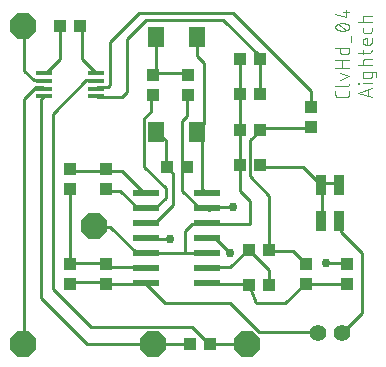
<source format=gbr>
G04 EAGLE Gerber RS-274X export*
G75*
%MOMM*%
%FSLAX34Y34*%
%LPD*%
%INTop Copper*%
%IPPOS*%
%AMOC8*
5,1,8,0,0,1.08239X$1,22.5*%
G01*
%ADD10C,0.101600*%
%ADD11R,1.100000X1.000000*%
%ADD12R,1.000000X1.100000*%
%ADD13R,1.400000X1.800000*%
%ADD14P,2.336880X8X22.500000*%
%ADD15R,2.200000X0.600000*%
%ADD16C,1.408000*%
%ADD17R,0.914400X1.778000*%
%ADD18R,1.422400X0.431800*%
%ADD19C,0.254000*%
%ADD20C,0.756400*%


D10*
X300192Y240343D02*
X300192Y237746D01*
X300190Y237647D01*
X300184Y237547D01*
X300175Y237448D01*
X300162Y237350D01*
X300145Y237252D01*
X300124Y237154D01*
X300099Y237058D01*
X300071Y236963D01*
X300039Y236869D01*
X300004Y236776D01*
X299965Y236684D01*
X299922Y236594D01*
X299877Y236506D01*
X299827Y236419D01*
X299775Y236335D01*
X299719Y236252D01*
X299661Y236172D01*
X299599Y236094D01*
X299534Y236019D01*
X299466Y235946D01*
X299396Y235876D01*
X299323Y235808D01*
X299248Y235743D01*
X299170Y235681D01*
X299090Y235623D01*
X299007Y235567D01*
X298923Y235515D01*
X298836Y235465D01*
X298748Y235420D01*
X298658Y235377D01*
X298566Y235338D01*
X298473Y235303D01*
X298379Y235271D01*
X298284Y235243D01*
X298188Y235218D01*
X298090Y235197D01*
X297992Y235180D01*
X297894Y235167D01*
X297795Y235158D01*
X297695Y235152D01*
X297596Y235150D01*
X291104Y235150D01*
X291104Y235149D02*
X291005Y235151D01*
X290905Y235157D01*
X290806Y235166D01*
X290708Y235179D01*
X290610Y235197D01*
X290512Y235217D01*
X290416Y235242D01*
X290320Y235270D01*
X290226Y235302D01*
X290133Y235337D01*
X290042Y235376D01*
X289952Y235419D01*
X289863Y235464D01*
X289777Y235514D01*
X289692Y235566D01*
X289610Y235622D01*
X289530Y235681D01*
X289452Y235742D01*
X289376Y235807D01*
X289303Y235875D01*
X289233Y235945D01*
X289165Y236018D01*
X289100Y236094D01*
X289039Y236172D01*
X288980Y236252D01*
X288924Y236334D01*
X288872Y236419D01*
X288823Y236505D01*
X288777Y236594D01*
X288734Y236684D01*
X288695Y236775D01*
X288660Y236868D01*
X288628Y236962D01*
X288600Y237058D01*
X288575Y237154D01*
X288555Y237252D01*
X288537Y237350D01*
X288524Y237448D01*
X288515Y237547D01*
X288509Y237646D01*
X288507Y237746D01*
X288508Y237746D02*
X288508Y240343D01*
X288508Y244745D02*
X298245Y244745D01*
X298332Y244747D01*
X298420Y244753D01*
X298506Y244763D01*
X298593Y244776D01*
X298678Y244794D01*
X298763Y244815D01*
X298847Y244840D01*
X298929Y244869D01*
X299010Y244902D01*
X299090Y244938D01*
X299168Y244977D01*
X299244Y245021D01*
X299318Y245067D01*
X299389Y245117D01*
X299459Y245170D01*
X299526Y245226D01*
X299590Y245285D01*
X299652Y245347D01*
X299711Y245411D01*
X299767Y245478D01*
X299820Y245548D01*
X299870Y245619D01*
X299916Y245693D01*
X299960Y245769D01*
X299999Y245847D01*
X300035Y245927D01*
X300068Y246008D01*
X300097Y246090D01*
X300122Y246174D01*
X300143Y246259D01*
X300161Y246344D01*
X300174Y246431D01*
X300184Y246517D01*
X300190Y246605D01*
X300192Y246692D01*
X300192Y252907D02*
X292403Y250310D01*
X292403Y255503D02*
X300192Y252907D01*
X300192Y260329D02*
X288508Y260329D01*
X293701Y260329D02*
X293701Y266820D01*
X288508Y266820D02*
X300192Y266820D01*
X300192Y277161D02*
X288508Y277161D01*
X300192Y277161D02*
X300192Y273916D01*
X300190Y273829D01*
X300184Y273741D01*
X300174Y273655D01*
X300161Y273568D01*
X300143Y273483D01*
X300122Y273398D01*
X300097Y273314D01*
X300068Y273232D01*
X300035Y273151D01*
X299999Y273071D01*
X299960Y272993D01*
X299916Y272917D01*
X299870Y272843D01*
X299820Y272772D01*
X299767Y272702D01*
X299711Y272635D01*
X299652Y272571D01*
X299590Y272509D01*
X299526Y272450D01*
X299459Y272394D01*
X299389Y272341D01*
X299318Y272291D01*
X299244Y272245D01*
X299168Y272201D01*
X299090Y272162D01*
X299010Y272126D01*
X298929Y272093D01*
X298847Y272064D01*
X298763Y272039D01*
X298678Y272018D01*
X298593Y272000D01*
X298506Y271987D01*
X298420Y271977D01*
X298332Y271971D01*
X298245Y271969D01*
X298245Y271968D02*
X294350Y271968D01*
X294350Y271969D02*
X294263Y271971D01*
X294175Y271977D01*
X294089Y271987D01*
X294002Y272000D01*
X293917Y272018D01*
X293832Y272039D01*
X293748Y272064D01*
X293666Y272093D01*
X293585Y272126D01*
X293505Y272162D01*
X293427Y272201D01*
X293351Y272245D01*
X293277Y272291D01*
X293206Y272341D01*
X293136Y272394D01*
X293069Y272450D01*
X293005Y272509D01*
X292943Y272571D01*
X292884Y272635D01*
X292828Y272702D01*
X292775Y272772D01*
X292725Y272843D01*
X292679Y272917D01*
X292635Y272993D01*
X292596Y273071D01*
X292560Y273151D01*
X292527Y273232D01*
X292498Y273314D01*
X292473Y273398D01*
X292452Y273483D01*
X292434Y273568D01*
X292421Y273655D01*
X292411Y273741D01*
X292405Y273829D01*
X292403Y273916D01*
X292403Y277161D01*
X301490Y281933D02*
X301490Y287126D01*
X294350Y291571D02*
X294120Y291574D01*
X293890Y291582D01*
X293661Y291596D01*
X293432Y291615D01*
X293203Y291640D01*
X292975Y291670D01*
X292748Y291705D01*
X292522Y291746D01*
X292297Y291792D01*
X292073Y291844D01*
X291850Y291901D01*
X291629Y291963D01*
X291409Y292031D01*
X291191Y292104D01*
X290975Y292182D01*
X290761Y292265D01*
X290549Y292353D01*
X290338Y292446D01*
X290131Y292545D01*
X290131Y292544D02*
X290041Y292577D01*
X289952Y292613D01*
X289864Y292653D01*
X289779Y292697D01*
X289695Y292744D01*
X289613Y292794D01*
X289533Y292848D01*
X289456Y292904D01*
X289380Y292964D01*
X289307Y293027D01*
X289237Y293092D01*
X289169Y293161D01*
X289105Y293232D01*
X289043Y293305D01*
X288984Y293381D01*
X288928Y293459D01*
X288875Y293540D01*
X288826Y293622D01*
X288780Y293706D01*
X288737Y293793D01*
X288698Y293880D01*
X288662Y293970D01*
X288630Y294060D01*
X288602Y294152D01*
X288577Y294245D01*
X288556Y294339D01*
X288539Y294433D01*
X288525Y294528D01*
X288516Y294624D01*
X288510Y294720D01*
X288508Y294816D01*
X288510Y294912D01*
X288516Y295008D01*
X288525Y295104D01*
X288539Y295199D01*
X288556Y295293D01*
X288577Y295387D01*
X288602Y295480D01*
X288630Y295572D01*
X288662Y295662D01*
X288698Y295752D01*
X288737Y295840D01*
X288780Y295926D01*
X288826Y296010D01*
X288875Y296092D01*
X288928Y296173D01*
X288984Y296251D01*
X289043Y296327D01*
X289105Y296400D01*
X289169Y296471D01*
X289237Y296540D01*
X289307Y296605D01*
X289380Y296668D01*
X289456Y296728D01*
X289533Y296784D01*
X289613Y296838D01*
X289695Y296888D01*
X289779Y296935D01*
X289864Y296979D01*
X289952Y297019D01*
X290041Y297055D01*
X290131Y297088D01*
X290338Y297187D01*
X290549Y297280D01*
X290761Y297368D01*
X290975Y297451D01*
X291191Y297529D01*
X291409Y297602D01*
X291629Y297670D01*
X291850Y297732D01*
X292073Y297789D01*
X292297Y297841D01*
X292522Y297887D01*
X292748Y297928D01*
X292975Y297963D01*
X293203Y297993D01*
X293432Y298018D01*
X293661Y298037D01*
X293890Y298051D01*
X294120Y298059D01*
X294350Y298062D01*
X294350Y291571D02*
X294580Y291574D01*
X294810Y291582D01*
X295039Y291596D01*
X295268Y291615D01*
X295497Y291640D01*
X295725Y291670D01*
X295952Y291705D01*
X296178Y291746D01*
X296403Y291792D01*
X296627Y291844D01*
X296850Y291901D01*
X297071Y291963D01*
X297291Y292031D01*
X297509Y292104D01*
X297725Y292182D01*
X297939Y292265D01*
X298151Y292353D01*
X298362Y292446D01*
X298569Y292545D01*
X298569Y292544D02*
X298659Y292577D01*
X298748Y292613D01*
X298836Y292654D01*
X298921Y292697D01*
X299005Y292744D01*
X299087Y292794D01*
X299167Y292848D01*
X299244Y292904D01*
X299320Y292964D01*
X299393Y293027D01*
X299463Y293092D01*
X299531Y293161D01*
X299595Y293232D01*
X299657Y293305D01*
X299716Y293381D01*
X299772Y293459D01*
X299825Y293540D01*
X299874Y293622D01*
X299920Y293706D01*
X299963Y293793D01*
X300002Y293880D01*
X300038Y293970D01*
X300070Y294060D01*
X300098Y294152D01*
X300123Y294245D01*
X300144Y294339D01*
X300161Y294433D01*
X300175Y294528D01*
X300184Y294624D01*
X300190Y294720D01*
X300192Y294816D01*
X298569Y297088D02*
X298362Y297187D01*
X298151Y297280D01*
X297939Y297368D01*
X297725Y297451D01*
X297509Y297529D01*
X297291Y297602D01*
X297071Y297670D01*
X296850Y297732D01*
X296627Y297789D01*
X296403Y297841D01*
X296178Y297887D01*
X295952Y297928D01*
X295725Y297963D01*
X295497Y297993D01*
X295268Y298018D01*
X295039Y298037D01*
X294810Y298051D01*
X294580Y298059D01*
X294350Y298062D01*
X298569Y297088D02*
X298659Y297055D01*
X298748Y297019D01*
X298836Y296979D01*
X298921Y296935D01*
X299005Y296888D01*
X299087Y296838D01*
X299167Y296784D01*
X299244Y296728D01*
X299320Y296668D01*
X299393Y296605D01*
X299463Y296540D01*
X299531Y296471D01*
X299595Y296400D01*
X299657Y296327D01*
X299716Y296251D01*
X299772Y296173D01*
X299825Y296092D01*
X299874Y296010D01*
X299920Y295926D01*
X299963Y295839D01*
X300002Y295752D01*
X300038Y295662D01*
X300070Y295572D01*
X300098Y295480D01*
X300123Y295387D01*
X300144Y295293D01*
X300161Y295199D01*
X300175Y295104D01*
X300184Y295008D01*
X300190Y294912D01*
X300192Y294816D01*
X297596Y292220D02*
X291104Y297413D01*
X297596Y303001D02*
X288508Y305597D01*
X297596Y303001D02*
X297596Y309492D01*
X294999Y307545D02*
X300192Y307545D01*
X307558Y239045D02*
X319242Y235150D01*
X319242Y242939D02*
X307558Y239045D01*
X316321Y241966D02*
X316321Y236124D01*
X319242Y247045D02*
X311453Y247045D01*
X308207Y246721D02*
X307558Y246721D01*
X307558Y247370D01*
X308207Y247370D01*
X308207Y246721D01*
X319242Y253576D02*
X319242Y256822D01*
X319242Y253576D02*
X319240Y253489D01*
X319234Y253401D01*
X319224Y253315D01*
X319211Y253228D01*
X319193Y253143D01*
X319172Y253058D01*
X319147Y252974D01*
X319118Y252892D01*
X319085Y252811D01*
X319049Y252731D01*
X319010Y252653D01*
X318966Y252577D01*
X318920Y252503D01*
X318870Y252432D01*
X318817Y252362D01*
X318761Y252295D01*
X318702Y252231D01*
X318640Y252169D01*
X318576Y252110D01*
X318509Y252054D01*
X318439Y252001D01*
X318368Y251951D01*
X318294Y251905D01*
X318218Y251861D01*
X318140Y251822D01*
X318060Y251786D01*
X317979Y251753D01*
X317897Y251724D01*
X317813Y251699D01*
X317728Y251678D01*
X317643Y251660D01*
X317556Y251647D01*
X317470Y251637D01*
X317382Y251631D01*
X317295Y251629D01*
X313400Y251629D01*
X313313Y251631D01*
X313225Y251637D01*
X313139Y251647D01*
X313052Y251660D01*
X312967Y251678D01*
X312882Y251699D01*
X312798Y251724D01*
X312716Y251753D01*
X312635Y251786D01*
X312555Y251822D01*
X312477Y251861D01*
X312401Y251905D01*
X312327Y251951D01*
X312256Y252001D01*
X312186Y252054D01*
X312119Y252110D01*
X312055Y252169D01*
X311993Y252231D01*
X311934Y252295D01*
X311878Y252362D01*
X311825Y252432D01*
X311775Y252503D01*
X311729Y252577D01*
X311685Y252653D01*
X311646Y252731D01*
X311610Y252811D01*
X311577Y252892D01*
X311548Y252974D01*
X311523Y253058D01*
X311502Y253143D01*
X311484Y253228D01*
X311471Y253315D01*
X311461Y253401D01*
X311455Y253489D01*
X311453Y253576D01*
X311453Y256822D01*
X321189Y256822D01*
X321276Y256820D01*
X321364Y256814D01*
X321450Y256804D01*
X321537Y256791D01*
X321622Y256773D01*
X321707Y256752D01*
X321791Y256727D01*
X321873Y256698D01*
X321954Y256665D01*
X322034Y256629D01*
X322112Y256590D01*
X322188Y256546D01*
X322262Y256500D01*
X322333Y256450D01*
X322403Y256397D01*
X322470Y256341D01*
X322534Y256282D01*
X322596Y256220D01*
X322655Y256156D01*
X322711Y256089D01*
X322764Y256019D01*
X322814Y255948D01*
X322860Y255874D01*
X322904Y255798D01*
X322943Y255720D01*
X322979Y255640D01*
X323012Y255559D01*
X323041Y255477D01*
X323066Y255393D01*
X323087Y255308D01*
X323105Y255223D01*
X323118Y255136D01*
X323128Y255050D01*
X323134Y254962D01*
X323136Y254875D01*
X323137Y254875D02*
X323137Y252278D01*
X319242Y262356D02*
X307558Y262356D01*
X311453Y262356D02*
X311453Y265602D01*
X311455Y265689D01*
X311461Y265777D01*
X311471Y265863D01*
X311484Y265950D01*
X311502Y266035D01*
X311523Y266120D01*
X311548Y266204D01*
X311577Y266286D01*
X311610Y266367D01*
X311646Y266447D01*
X311685Y266525D01*
X311729Y266601D01*
X311775Y266675D01*
X311825Y266746D01*
X311878Y266816D01*
X311934Y266883D01*
X311993Y266947D01*
X312054Y267009D01*
X312119Y267068D01*
X312186Y267124D01*
X312256Y267177D01*
X312327Y267227D01*
X312401Y267273D01*
X312477Y267317D01*
X312555Y267356D01*
X312635Y267392D01*
X312716Y267425D01*
X312798Y267454D01*
X312882Y267479D01*
X312967Y267500D01*
X313052Y267518D01*
X313139Y267531D01*
X313225Y267541D01*
X313313Y267547D01*
X313400Y267549D01*
X319242Y267549D01*
X311453Y271676D02*
X311453Y275570D01*
X307558Y272974D02*
X317295Y272974D01*
X317382Y272976D01*
X317470Y272982D01*
X317556Y272992D01*
X317643Y273005D01*
X317728Y273023D01*
X317813Y273044D01*
X317897Y273069D01*
X317979Y273098D01*
X318060Y273131D01*
X318140Y273167D01*
X318218Y273206D01*
X318294Y273250D01*
X318368Y273296D01*
X318439Y273346D01*
X318509Y273399D01*
X318576Y273455D01*
X318640Y273514D01*
X318702Y273576D01*
X318761Y273640D01*
X318817Y273707D01*
X318870Y273777D01*
X318920Y273848D01*
X318966Y273922D01*
X319010Y273998D01*
X319049Y274076D01*
X319085Y274156D01*
X319118Y274237D01*
X319147Y274319D01*
X319172Y274403D01*
X319193Y274488D01*
X319211Y274573D01*
X319224Y274660D01*
X319234Y274746D01*
X319240Y274834D01*
X319242Y274921D01*
X319242Y275570D01*
X319242Y281829D02*
X319242Y285075D01*
X319242Y281829D02*
X319240Y281742D01*
X319234Y281654D01*
X319224Y281568D01*
X319211Y281481D01*
X319193Y281396D01*
X319172Y281311D01*
X319147Y281227D01*
X319118Y281145D01*
X319085Y281064D01*
X319049Y280984D01*
X319010Y280906D01*
X318966Y280830D01*
X318920Y280756D01*
X318870Y280685D01*
X318817Y280615D01*
X318761Y280548D01*
X318702Y280484D01*
X318640Y280422D01*
X318576Y280363D01*
X318509Y280307D01*
X318439Y280254D01*
X318368Y280204D01*
X318294Y280158D01*
X318218Y280114D01*
X318140Y280075D01*
X318060Y280039D01*
X317979Y280006D01*
X317897Y279977D01*
X317813Y279952D01*
X317728Y279931D01*
X317643Y279913D01*
X317556Y279900D01*
X317470Y279890D01*
X317382Y279884D01*
X317295Y279882D01*
X314049Y279882D01*
X313948Y279884D01*
X313848Y279890D01*
X313748Y279900D01*
X313648Y279913D01*
X313549Y279931D01*
X313450Y279952D01*
X313353Y279977D01*
X313256Y280006D01*
X313161Y280039D01*
X313067Y280075D01*
X312975Y280115D01*
X312884Y280158D01*
X312795Y280205D01*
X312708Y280255D01*
X312622Y280309D01*
X312539Y280366D01*
X312459Y280426D01*
X312380Y280489D01*
X312304Y280556D01*
X312231Y280625D01*
X312161Y280697D01*
X312093Y280771D01*
X312028Y280848D01*
X311967Y280928D01*
X311908Y281010D01*
X311853Y281094D01*
X311801Y281180D01*
X311752Y281268D01*
X311707Y281358D01*
X311665Y281450D01*
X311627Y281543D01*
X311593Y281638D01*
X311562Y281733D01*
X311535Y281830D01*
X311512Y281928D01*
X311492Y282027D01*
X311477Y282127D01*
X311465Y282227D01*
X311457Y282327D01*
X311453Y282428D01*
X311453Y282528D01*
X311457Y282629D01*
X311465Y282729D01*
X311477Y282829D01*
X311492Y282929D01*
X311512Y283028D01*
X311535Y283126D01*
X311562Y283223D01*
X311593Y283318D01*
X311627Y283413D01*
X311665Y283506D01*
X311707Y283598D01*
X311752Y283688D01*
X311801Y283776D01*
X311853Y283862D01*
X311908Y283946D01*
X311967Y284028D01*
X312028Y284108D01*
X312093Y284185D01*
X312161Y284259D01*
X312231Y284331D01*
X312304Y284400D01*
X312380Y284467D01*
X312459Y284530D01*
X312539Y284590D01*
X312622Y284647D01*
X312708Y284701D01*
X312795Y284751D01*
X312884Y284798D01*
X312975Y284841D01*
X313067Y284881D01*
X313161Y284917D01*
X313256Y284950D01*
X313353Y284979D01*
X313450Y285004D01*
X313549Y285025D01*
X313648Y285043D01*
X313748Y285056D01*
X313848Y285066D01*
X313948Y285072D01*
X314049Y285074D01*
X314049Y285075D02*
X315347Y285075D01*
X315347Y279882D01*
X319242Y291749D02*
X319242Y294345D01*
X319242Y291749D02*
X319240Y291662D01*
X319234Y291574D01*
X319224Y291488D01*
X319211Y291401D01*
X319193Y291316D01*
X319172Y291231D01*
X319147Y291147D01*
X319118Y291065D01*
X319085Y290984D01*
X319049Y290904D01*
X319010Y290826D01*
X318966Y290750D01*
X318920Y290676D01*
X318870Y290605D01*
X318817Y290535D01*
X318761Y290468D01*
X318702Y290404D01*
X318640Y290342D01*
X318576Y290283D01*
X318509Y290227D01*
X318439Y290174D01*
X318368Y290124D01*
X318294Y290078D01*
X318218Y290034D01*
X318140Y289995D01*
X318060Y289959D01*
X317979Y289926D01*
X317897Y289897D01*
X317813Y289872D01*
X317728Y289851D01*
X317643Y289833D01*
X317556Y289820D01*
X317470Y289810D01*
X317382Y289804D01*
X317295Y289802D01*
X317295Y289801D02*
X313400Y289801D01*
X313400Y289802D02*
X313313Y289804D01*
X313225Y289810D01*
X313139Y289820D01*
X313052Y289833D01*
X312967Y289851D01*
X312882Y289872D01*
X312798Y289897D01*
X312716Y289926D01*
X312635Y289959D01*
X312555Y289995D01*
X312477Y290034D01*
X312401Y290078D01*
X312327Y290124D01*
X312256Y290174D01*
X312186Y290227D01*
X312119Y290283D01*
X312055Y290342D01*
X311993Y290404D01*
X311934Y290468D01*
X311878Y290535D01*
X311825Y290605D01*
X311775Y290676D01*
X311729Y290750D01*
X311685Y290826D01*
X311646Y290904D01*
X311610Y290984D01*
X311577Y291065D01*
X311548Y291147D01*
X311523Y291231D01*
X311502Y291316D01*
X311484Y291401D01*
X311471Y291488D01*
X311461Y291574D01*
X311455Y291662D01*
X311453Y291749D01*
X311453Y294345D01*
X307558Y298932D02*
X319242Y298932D01*
X311453Y298932D02*
X311453Y302177D01*
X311455Y302264D01*
X311461Y302352D01*
X311471Y302438D01*
X311484Y302525D01*
X311502Y302610D01*
X311523Y302695D01*
X311548Y302779D01*
X311577Y302861D01*
X311610Y302942D01*
X311646Y303022D01*
X311685Y303100D01*
X311729Y303176D01*
X311775Y303250D01*
X311825Y303321D01*
X311878Y303391D01*
X311934Y303458D01*
X311993Y303522D01*
X312054Y303584D01*
X312119Y303643D01*
X312186Y303699D01*
X312256Y303752D01*
X312327Y303802D01*
X312401Y303848D01*
X312477Y303892D01*
X312555Y303931D01*
X312635Y303967D01*
X312716Y304000D01*
X312798Y304029D01*
X312882Y304054D01*
X312967Y304075D01*
X313052Y304093D01*
X313139Y304106D01*
X313225Y304116D01*
X313313Y304122D01*
X313400Y304124D01*
X313400Y304125D02*
X319242Y304125D01*
D11*
X182500Y26000D03*
X165500Y26000D03*
X207500Y268000D03*
X224500Y268000D03*
X215500Y106000D03*
X232500Y106000D03*
D12*
X264000Y77500D03*
X264000Y94500D03*
X94000Y94500D03*
X94000Y77500D03*
D13*
X171000Y286000D03*
X137000Y286000D03*
X137000Y206000D03*
X171000Y206000D03*
D14*
X84000Y126000D03*
D15*
X180000Y90600D03*
X128000Y90600D03*
X180000Y77900D03*
X180000Y103300D03*
X180000Y116000D03*
X128000Y77900D03*
X128000Y103300D03*
X128000Y116000D03*
X180000Y141400D03*
X128000Y141400D03*
X180000Y128700D03*
X180000Y154100D03*
X128000Y128700D03*
X128000Y154100D03*
D14*
X24000Y26000D03*
X24000Y296000D03*
D16*
X274000Y36000D03*
X294000Y36000D03*
D17*
X291620Y130760D03*
X276380Y130760D03*
X276380Y161240D03*
X291620Y161240D03*
D18*
X42156Y255652D03*
X42156Y249302D03*
X42156Y242698D03*
X42156Y236348D03*
X85844Y236348D03*
X85844Y242698D03*
X85844Y249302D03*
X85844Y255652D03*
D11*
X94000Y157500D03*
X94000Y174500D03*
X64000Y174500D03*
X64000Y157500D03*
X64000Y94500D03*
X64000Y77500D03*
D12*
X207500Y178000D03*
X224500Y178000D03*
X207500Y238000D03*
X224500Y238000D03*
D11*
X267800Y227000D03*
X267800Y210000D03*
D12*
X232500Y76000D03*
X215500Y76000D03*
X224500Y208000D03*
X207500Y208000D03*
D11*
X298000Y77500D03*
X298000Y94500D03*
X164000Y237500D03*
X164000Y254500D03*
D12*
X162500Y176000D03*
X145500Y176000D03*
D11*
X134000Y254500D03*
X134000Y237500D03*
D14*
X214000Y26000D03*
X134000Y26000D03*
D12*
X72500Y296000D03*
X55500Y296000D03*
D19*
X208016Y206912D02*
X208016Y178464D01*
X207500Y178000D01*
X208016Y206912D02*
X207500Y208000D01*
X208016Y208944D02*
X208016Y237392D01*
X207500Y238000D01*
X208016Y208944D02*
X207500Y208000D01*
X208016Y239424D02*
X208016Y267872D01*
X207500Y268000D01*
X208016Y239424D02*
X207500Y238000D01*
X179280Y103472D02*
X161056Y103472D01*
X128480Y103472D01*
X128000Y103300D01*
X179280Y103472D02*
X180000Y103300D01*
X179280Y127856D02*
X167184Y127856D01*
X161056Y121728D01*
X161056Y103472D01*
X179280Y127856D02*
X180000Y128700D01*
X207500Y156000D02*
X207500Y178000D01*
X207500Y156000D02*
X215984Y147516D01*
X215984Y127856D01*
X181312Y127856D01*
X180000Y128700D01*
X98000Y125824D02*
X85808Y125824D01*
X98000Y125824D02*
X120352Y103472D01*
X126448Y103472D01*
X85808Y125824D02*
X84000Y126000D01*
X126448Y103472D02*
X128000Y103300D01*
X134576Y26256D02*
X165056Y26256D01*
X165500Y26000D01*
X134576Y26256D02*
X134000Y26000D01*
X39136Y233328D02*
X42156Y236348D01*
X39136Y233328D02*
X39136Y65056D01*
X77936Y26256D01*
X132544Y26256D01*
X134000Y26000D01*
X128480Y115664D02*
X148672Y115664D01*
X148736Y115600D01*
X128480Y115664D02*
X128000Y116000D01*
D20*
X148736Y115600D03*
D19*
X183344Y26256D02*
X213824Y26256D01*
X183344Y26256D02*
X182500Y26000D01*
X213824Y26256D02*
X214000Y26000D01*
X85808Y249776D02*
X77680Y249776D01*
X49296Y221392D01*
X49296Y72992D01*
X81808Y40480D01*
X167088Y40480D01*
X181312Y26256D01*
X85844Y249302D02*
X85808Y249776D01*
X181312Y26256D02*
X182500Y26000D01*
X181312Y115664D02*
X187408Y115664D01*
X199600Y103472D01*
X181312Y115664D02*
X180000Y116000D01*
D20*
X199600Y103472D03*
D19*
X159024Y172524D02*
X162500Y176000D01*
X159024Y172524D02*
X159024Y156240D01*
X173184Y142080D01*
X179280Y142080D01*
X180000Y141400D01*
X163024Y219296D02*
X163024Y235552D01*
X163024Y219296D02*
X158960Y215232D01*
X158960Y178656D01*
X160992Y176624D01*
X163024Y235552D02*
X164000Y237500D01*
X160992Y176624D02*
X162500Y176000D01*
X280784Y95344D02*
X297072Y95344D01*
X183248Y141984D02*
X181312Y140048D01*
X183248Y141984D02*
X201568Y141984D01*
X297072Y95344D02*
X298000Y94500D01*
X181312Y140048D02*
X180000Y141400D01*
D20*
X280784Y95344D03*
X201568Y141984D03*
D19*
X175152Y158400D02*
X175152Y201848D01*
X175152Y158400D02*
X179280Y154272D01*
X175152Y201848D02*
X171000Y206000D01*
X179280Y154272D02*
X180000Y154100D01*
X171152Y270000D02*
X171152Y284320D01*
X171152Y270000D02*
X177184Y263968D01*
X177184Y213136D01*
X171152Y207104D01*
X171152Y284320D02*
X171000Y286000D01*
X171152Y207104D02*
X171000Y206000D01*
X163024Y255872D02*
X136608Y255872D01*
X134576Y255872D01*
X134000Y254500D01*
X163024Y255872D02*
X164000Y254500D01*
X136608Y255872D02*
X136608Y284320D01*
X137000Y286000D01*
X136608Y255872D02*
X134000Y254500D01*
X144736Y198976D02*
X144736Y176624D01*
X144736Y198976D02*
X138640Y205072D01*
X144736Y176624D02*
X145500Y176000D01*
X138640Y205072D02*
X137000Y206000D01*
X136608Y129888D02*
X128480Y129888D01*
X136608Y129888D02*
X150768Y144048D01*
X150768Y170150D01*
X128480Y129888D02*
X128000Y128700D01*
X150768Y170150D02*
X145500Y176000D01*
X106128Y156304D02*
X95968Y156304D01*
X106128Y156304D02*
X120352Y142080D01*
X126448Y142080D01*
X95968Y156304D02*
X94000Y157500D01*
X126448Y142080D02*
X128000Y141400D01*
X132544Y223360D02*
X132544Y235552D01*
X132544Y223360D02*
X126448Y217264D01*
X126448Y176592D01*
X144704Y158336D01*
X144704Y150176D01*
X136608Y142080D01*
X128480Y142080D01*
X132544Y235552D02*
X134000Y237500D01*
X128480Y142080D02*
X128000Y141400D01*
X94000Y174500D02*
X92092Y172592D01*
X65908Y172592D02*
X64000Y174500D01*
X65908Y172592D02*
X92092Y172592D01*
X95968Y172560D02*
X108160Y172560D01*
X126448Y154272D01*
X95968Y172560D02*
X94000Y174500D01*
X126448Y154272D02*
X128000Y154100D01*
X224272Y239424D02*
X224272Y267872D01*
X224272Y239424D02*
X224500Y238000D01*
X224272Y267872D02*
X224500Y268000D01*
X107936Y235552D02*
X87840Y235552D01*
X107936Y235552D02*
X112448Y240064D01*
X112448Y284512D01*
X128480Y300544D01*
X193632Y300544D01*
X224272Y269904D01*
X87840Y235552D02*
X85844Y236348D01*
X224500Y268000D02*
X224272Y269904D01*
X41104Y243680D02*
X35008Y243680D01*
X24848Y233520D01*
X24848Y26256D01*
X42156Y242698D02*
X41104Y243680D01*
X24848Y26256D02*
X24000Y26000D01*
X32976Y249776D02*
X41104Y249776D01*
X32976Y249776D02*
X24848Y257904D01*
X24848Y294480D01*
X41104Y249776D02*
X42156Y249302D01*
X24848Y294480D02*
X24000Y296000D01*
X234144Y105504D02*
X252432Y105504D01*
X262592Y95344D01*
X234144Y105504D02*
X232500Y106000D01*
X262592Y95344D02*
X264000Y94500D01*
X268729Y208944D02*
X226304Y208944D01*
X224500Y208000D01*
X267800Y210000D02*
X268729Y208944D01*
X232500Y152000D02*
X232500Y106000D01*
X232500Y152000D02*
X216144Y168356D01*
X216144Y198784D01*
X224272Y206912D01*
X224500Y208000D01*
X232112Y89248D02*
X232112Y77056D01*
X232112Y89248D02*
X215856Y105504D01*
X232112Y77056D02*
X232500Y76000D01*
X215856Y105504D02*
X215500Y106000D01*
X199600Y91280D02*
X181312Y91280D01*
X199600Y91280D02*
X213824Y105504D01*
X181312Y91280D02*
X180000Y90600D01*
X213824Y105504D02*
X215500Y106000D01*
X264624Y77056D02*
X297072Y77056D01*
X264624Y77056D02*
X264000Y77500D01*
X297072Y77056D02*
X298000Y77500D01*
X213824Y77056D02*
X181312Y77056D01*
X213824Y77056D02*
X215500Y76000D01*
X181312Y77056D02*
X180000Y77900D01*
X262400Y77056D02*
X262592Y77056D01*
X262400Y77056D02*
X246240Y60896D01*
X221009Y60896D01*
X262592Y77056D02*
X264000Y77500D01*
X221009Y60896D02*
X215500Y76000D01*
X293072Y121600D02*
X293072Y129888D01*
X293072Y121600D02*
X311232Y103440D01*
X311232Y52544D01*
X295104Y36416D01*
X293072Y129888D02*
X291620Y130760D01*
X295104Y36416D02*
X294000Y36000D01*
X93936Y95344D02*
X65488Y95344D01*
X64000Y94500D01*
X93936Y95344D02*
X94000Y94500D01*
X63456Y95344D02*
X63456Y156304D01*
X64000Y157500D01*
X63456Y95344D02*
X64000Y94500D01*
X98000Y91280D02*
X126448Y91280D01*
X98000Y91280D02*
X95968Y93312D01*
X126448Y91280D02*
X128000Y90600D01*
X95968Y93312D02*
X94000Y94500D01*
X93936Y79088D02*
X65488Y79088D01*
X64000Y77500D01*
X93936Y79088D02*
X94000Y77500D01*
X95968Y77056D02*
X126448Y77056D01*
X95968Y77056D02*
X94000Y77500D01*
X126448Y77056D02*
X128000Y77900D01*
X223984Y36416D02*
X272752Y36416D01*
X223984Y36416D02*
X199440Y60960D01*
X144576Y60960D01*
X128480Y77056D01*
X272752Y36416D02*
X274000Y36000D01*
X128480Y77056D02*
X128000Y77900D01*
X226304Y176432D02*
X260752Y176432D01*
X274784Y162400D01*
X226304Y176432D02*
X224500Y178000D01*
X274784Y162400D02*
X276380Y161240D01*
X276816Y160368D02*
X276816Y131920D01*
X276380Y130760D01*
X276816Y160368D02*
X276380Y161240D01*
X276816Y162400D02*
X291040Y162400D01*
X291620Y161240D01*
X276816Y162400D02*
X276380Y161240D01*
X267800Y227000D02*
X267800Y240600D01*
X201792Y306608D01*
X122448Y306608D01*
X98000Y282160D01*
X98000Y245712D01*
X95968Y243680D01*
X87840Y243680D01*
X85844Y242698D01*
X55328Y268064D02*
X55328Y294480D01*
X55328Y268064D02*
X43136Y255872D01*
X55328Y294480D02*
X55500Y296000D01*
X43136Y255872D02*
X42156Y255652D01*
X73616Y268064D02*
X73616Y294480D01*
X73616Y268064D02*
X85808Y255872D01*
X73616Y294480D02*
X72500Y296000D01*
X85808Y255872D02*
X85844Y255652D01*
M02*

</source>
